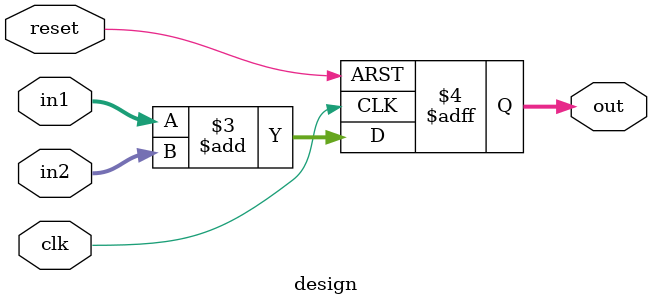
<source format=sv>
module design(
    input  logic clk, reset,
    input  logic [7:0] in1, in2,
    output logic [8:0] out
);
    always_ff @(posedge clk or negedge reset) begin
        if (!reset) begin
            out <= 0;
        end
        else begin
            out <= in1 + in2;
        end
    end
    
endmodule
</source>
